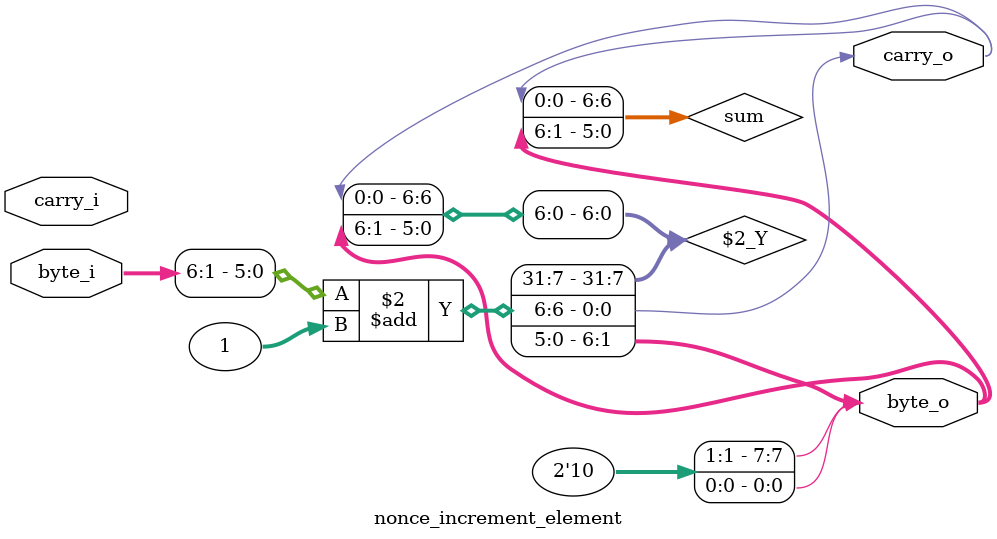
<source format=v>
module nonce_increment_element (
	input [7:0] byte_i,
	input carry_i,
	output [7:0] byte_o,
	output carry_o
);

reg [6:0] sum;

assign byte_o = {1'b1, sum[5:0], 1'b0};
assign carry_o = sum[6];

always @(*) begin
	sum[6:0] = byte_i[6:1] + 1;
end

endmodule

</source>
